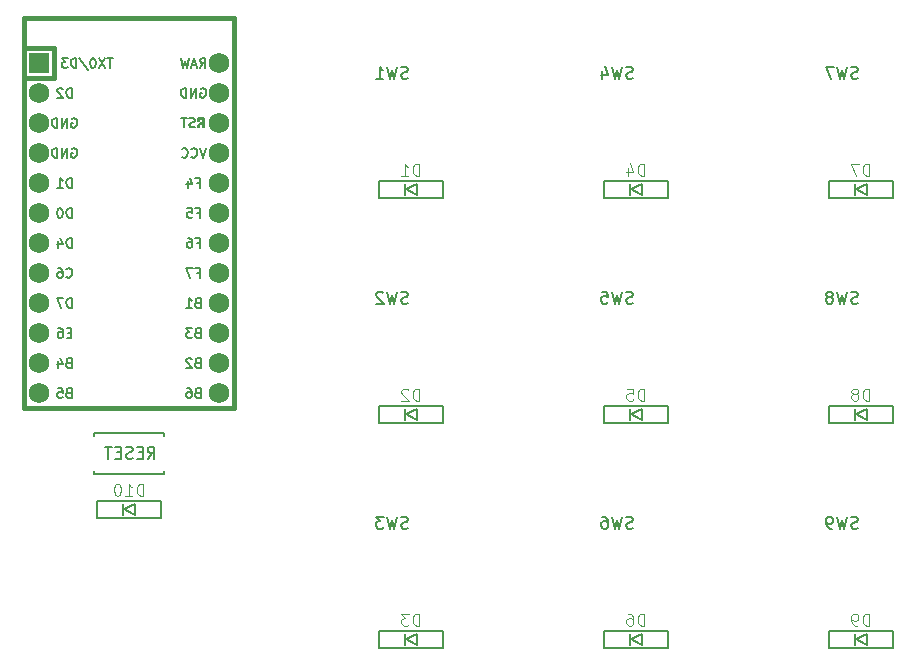
<source format=gbr>
%TF.GenerationSoftware,KiCad,Pcbnew,8.0.8*%
%TF.CreationDate,2025-02-16T23:14:20+09:00*%
%TF.ProjectId,macro,6d616372-6f2e-46b6-9963-61645f706362,rev?*%
%TF.SameCoordinates,Original*%
%TF.FileFunction,Legend,Bot*%
%TF.FilePolarity,Positive*%
%FSLAX46Y46*%
G04 Gerber Fmt 4.6, Leading zero omitted, Abs format (unit mm)*
G04 Created by KiCad (PCBNEW 8.0.8) date 2025-02-16 23:14:20*
%MOMM*%
%LPD*%
G01*
G04 APERTURE LIST*
%ADD10C,0.150000*%
%ADD11C,0.125000*%
%ADD12C,0.381000*%
%ADD13R,1.752600X1.752600*%
%ADD14C,1.752600*%
G04 APERTURE END LIST*
D10*
X115695832Y-63327200D02*
X115552975Y-63374819D01*
X115552975Y-63374819D02*
X115314880Y-63374819D01*
X115314880Y-63374819D02*
X115219642Y-63327200D01*
X115219642Y-63327200D02*
X115172023Y-63279580D01*
X115172023Y-63279580D02*
X115124404Y-63184342D01*
X115124404Y-63184342D02*
X115124404Y-63089104D01*
X115124404Y-63089104D02*
X115172023Y-62993866D01*
X115172023Y-62993866D02*
X115219642Y-62946247D01*
X115219642Y-62946247D02*
X115314880Y-62898628D01*
X115314880Y-62898628D02*
X115505356Y-62851009D01*
X115505356Y-62851009D02*
X115600594Y-62803390D01*
X115600594Y-62803390D02*
X115648213Y-62755771D01*
X115648213Y-62755771D02*
X115695832Y-62660533D01*
X115695832Y-62660533D02*
X115695832Y-62565295D01*
X115695832Y-62565295D02*
X115648213Y-62470057D01*
X115648213Y-62470057D02*
X115600594Y-62422438D01*
X115600594Y-62422438D02*
X115505356Y-62374819D01*
X115505356Y-62374819D02*
X115267261Y-62374819D01*
X115267261Y-62374819D02*
X115124404Y-62422438D01*
X114791070Y-62374819D02*
X114552975Y-63374819D01*
X114552975Y-63374819D02*
X114362499Y-62660533D01*
X114362499Y-62660533D02*
X114172023Y-63374819D01*
X114172023Y-63374819D02*
X113933928Y-62374819D01*
X113410118Y-62803390D02*
X113505356Y-62755771D01*
X113505356Y-62755771D02*
X113552975Y-62708152D01*
X113552975Y-62708152D02*
X113600594Y-62612914D01*
X113600594Y-62612914D02*
X113600594Y-62565295D01*
X113600594Y-62565295D02*
X113552975Y-62470057D01*
X113552975Y-62470057D02*
X113505356Y-62422438D01*
X113505356Y-62422438D02*
X113410118Y-62374819D01*
X113410118Y-62374819D02*
X113219642Y-62374819D01*
X113219642Y-62374819D02*
X113124404Y-62422438D01*
X113124404Y-62422438D02*
X113076785Y-62470057D01*
X113076785Y-62470057D02*
X113029166Y-62565295D01*
X113029166Y-62565295D02*
X113029166Y-62612914D01*
X113029166Y-62612914D02*
X113076785Y-62708152D01*
X113076785Y-62708152D02*
X113124404Y-62755771D01*
X113124404Y-62755771D02*
X113219642Y-62803390D01*
X113219642Y-62803390D02*
X113410118Y-62803390D01*
X113410118Y-62803390D02*
X113505356Y-62851009D01*
X113505356Y-62851009D02*
X113552975Y-62898628D01*
X113552975Y-62898628D02*
X113600594Y-62993866D01*
X113600594Y-62993866D02*
X113600594Y-63184342D01*
X113600594Y-63184342D02*
X113552975Y-63279580D01*
X113552975Y-63279580D02*
X113505356Y-63327200D01*
X113505356Y-63327200D02*
X113410118Y-63374819D01*
X113410118Y-63374819D02*
X113219642Y-63374819D01*
X113219642Y-63374819D02*
X113124404Y-63327200D01*
X113124404Y-63327200D02*
X113076785Y-63279580D01*
X113076785Y-63279580D02*
X113029166Y-63184342D01*
X113029166Y-63184342D02*
X113029166Y-62993866D01*
X113029166Y-62993866D02*
X113076785Y-62898628D01*
X113076785Y-62898628D02*
X113124404Y-62851009D01*
X113124404Y-62851009D02*
X113219642Y-62803390D01*
X96645832Y-63327200D02*
X96502975Y-63374819D01*
X96502975Y-63374819D02*
X96264880Y-63374819D01*
X96264880Y-63374819D02*
X96169642Y-63327200D01*
X96169642Y-63327200D02*
X96122023Y-63279580D01*
X96122023Y-63279580D02*
X96074404Y-63184342D01*
X96074404Y-63184342D02*
X96074404Y-63089104D01*
X96074404Y-63089104D02*
X96122023Y-62993866D01*
X96122023Y-62993866D02*
X96169642Y-62946247D01*
X96169642Y-62946247D02*
X96264880Y-62898628D01*
X96264880Y-62898628D02*
X96455356Y-62851009D01*
X96455356Y-62851009D02*
X96550594Y-62803390D01*
X96550594Y-62803390D02*
X96598213Y-62755771D01*
X96598213Y-62755771D02*
X96645832Y-62660533D01*
X96645832Y-62660533D02*
X96645832Y-62565295D01*
X96645832Y-62565295D02*
X96598213Y-62470057D01*
X96598213Y-62470057D02*
X96550594Y-62422438D01*
X96550594Y-62422438D02*
X96455356Y-62374819D01*
X96455356Y-62374819D02*
X96217261Y-62374819D01*
X96217261Y-62374819D02*
X96074404Y-62422438D01*
X95741070Y-62374819D02*
X95502975Y-63374819D01*
X95502975Y-63374819D02*
X95312499Y-62660533D01*
X95312499Y-62660533D02*
X95122023Y-63374819D01*
X95122023Y-63374819D02*
X94883928Y-62374819D01*
X94026785Y-62374819D02*
X94502975Y-62374819D01*
X94502975Y-62374819D02*
X94550594Y-62851009D01*
X94550594Y-62851009D02*
X94502975Y-62803390D01*
X94502975Y-62803390D02*
X94407737Y-62755771D01*
X94407737Y-62755771D02*
X94169642Y-62755771D01*
X94169642Y-62755771D02*
X94074404Y-62803390D01*
X94074404Y-62803390D02*
X94026785Y-62851009D01*
X94026785Y-62851009D02*
X93979166Y-62946247D01*
X93979166Y-62946247D02*
X93979166Y-63184342D01*
X93979166Y-63184342D02*
X94026785Y-63279580D01*
X94026785Y-63279580D02*
X94074404Y-63327200D01*
X94074404Y-63327200D02*
X94169642Y-63374819D01*
X94169642Y-63374819D02*
X94407737Y-63374819D01*
X94407737Y-63374819D02*
X94502975Y-63327200D01*
X94502975Y-63327200D02*
X94550594Y-63279580D01*
X55579381Y-76504819D02*
X55912714Y-76028628D01*
X56150809Y-76504819D02*
X56150809Y-75504819D01*
X56150809Y-75504819D02*
X55769857Y-75504819D01*
X55769857Y-75504819D02*
X55674619Y-75552438D01*
X55674619Y-75552438D02*
X55627000Y-75600057D01*
X55627000Y-75600057D02*
X55579381Y-75695295D01*
X55579381Y-75695295D02*
X55579381Y-75838152D01*
X55579381Y-75838152D02*
X55627000Y-75933390D01*
X55627000Y-75933390D02*
X55674619Y-75981009D01*
X55674619Y-75981009D02*
X55769857Y-76028628D01*
X55769857Y-76028628D02*
X56150809Y-76028628D01*
X55150809Y-75981009D02*
X54817476Y-75981009D01*
X54674619Y-76504819D02*
X55150809Y-76504819D01*
X55150809Y-76504819D02*
X55150809Y-75504819D01*
X55150809Y-75504819D02*
X54674619Y-75504819D01*
X54293666Y-76457200D02*
X54150809Y-76504819D01*
X54150809Y-76504819D02*
X53912714Y-76504819D01*
X53912714Y-76504819D02*
X53817476Y-76457200D01*
X53817476Y-76457200D02*
X53769857Y-76409580D01*
X53769857Y-76409580D02*
X53722238Y-76314342D01*
X53722238Y-76314342D02*
X53722238Y-76219104D01*
X53722238Y-76219104D02*
X53769857Y-76123866D01*
X53769857Y-76123866D02*
X53817476Y-76076247D01*
X53817476Y-76076247D02*
X53912714Y-76028628D01*
X53912714Y-76028628D02*
X54103190Y-75981009D01*
X54103190Y-75981009D02*
X54198428Y-75933390D01*
X54198428Y-75933390D02*
X54246047Y-75885771D01*
X54246047Y-75885771D02*
X54293666Y-75790533D01*
X54293666Y-75790533D02*
X54293666Y-75695295D01*
X54293666Y-75695295D02*
X54246047Y-75600057D01*
X54246047Y-75600057D02*
X54198428Y-75552438D01*
X54198428Y-75552438D02*
X54103190Y-75504819D01*
X54103190Y-75504819D02*
X53865095Y-75504819D01*
X53865095Y-75504819D02*
X53722238Y-75552438D01*
X53293666Y-75981009D02*
X52960333Y-75981009D01*
X52817476Y-76504819D02*
X53293666Y-76504819D01*
X53293666Y-76504819D02*
X53293666Y-75504819D01*
X53293666Y-75504819D02*
X52817476Y-75504819D01*
X52531761Y-75504819D02*
X51960333Y-75504819D01*
X52246047Y-76504819D02*
X52246047Y-75504819D01*
X77595832Y-63327200D02*
X77452975Y-63374819D01*
X77452975Y-63374819D02*
X77214880Y-63374819D01*
X77214880Y-63374819D02*
X77119642Y-63327200D01*
X77119642Y-63327200D02*
X77072023Y-63279580D01*
X77072023Y-63279580D02*
X77024404Y-63184342D01*
X77024404Y-63184342D02*
X77024404Y-63089104D01*
X77024404Y-63089104D02*
X77072023Y-62993866D01*
X77072023Y-62993866D02*
X77119642Y-62946247D01*
X77119642Y-62946247D02*
X77214880Y-62898628D01*
X77214880Y-62898628D02*
X77405356Y-62851009D01*
X77405356Y-62851009D02*
X77500594Y-62803390D01*
X77500594Y-62803390D02*
X77548213Y-62755771D01*
X77548213Y-62755771D02*
X77595832Y-62660533D01*
X77595832Y-62660533D02*
X77595832Y-62565295D01*
X77595832Y-62565295D02*
X77548213Y-62470057D01*
X77548213Y-62470057D02*
X77500594Y-62422438D01*
X77500594Y-62422438D02*
X77405356Y-62374819D01*
X77405356Y-62374819D02*
X77167261Y-62374819D01*
X77167261Y-62374819D02*
X77024404Y-62422438D01*
X76691070Y-62374819D02*
X76452975Y-63374819D01*
X76452975Y-63374819D02*
X76262499Y-62660533D01*
X76262499Y-62660533D02*
X76072023Y-63374819D01*
X76072023Y-63374819D02*
X75833928Y-62374819D01*
X75500594Y-62470057D02*
X75452975Y-62422438D01*
X75452975Y-62422438D02*
X75357737Y-62374819D01*
X75357737Y-62374819D02*
X75119642Y-62374819D01*
X75119642Y-62374819D02*
X75024404Y-62422438D01*
X75024404Y-62422438D02*
X74976785Y-62470057D01*
X74976785Y-62470057D02*
X74929166Y-62565295D01*
X74929166Y-62565295D02*
X74929166Y-62660533D01*
X74929166Y-62660533D02*
X74976785Y-62803390D01*
X74976785Y-62803390D02*
X75548213Y-63374819D01*
X75548213Y-63374819D02*
X74929166Y-63374819D01*
X77595832Y-82377200D02*
X77452975Y-82424819D01*
X77452975Y-82424819D02*
X77214880Y-82424819D01*
X77214880Y-82424819D02*
X77119642Y-82377200D01*
X77119642Y-82377200D02*
X77072023Y-82329580D01*
X77072023Y-82329580D02*
X77024404Y-82234342D01*
X77024404Y-82234342D02*
X77024404Y-82139104D01*
X77024404Y-82139104D02*
X77072023Y-82043866D01*
X77072023Y-82043866D02*
X77119642Y-81996247D01*
X77119642Y-81996247D02*
X77214880Y-81948628D01*
X77214880Y-81948628D02*
X77405356Y-81901009D01*
X77405356Y-81901009D02*
X77500594Y-81853390D01*
X77500594Y-81853390D02*
X77548213Y-81805771D01*
X77548213Y-81805771D02*
X77595832Y-81710533D01*
X77595832Y-81710533D02*
X77595832Y-81615295D01*
X77595832Y-81615295D02*
X77548213Y-81520057D01*
X77548213Y-81520057D02*
X77500594Y-81472438D01*
X77500594Y-81472438D02*
X77405356Y-81424819D01*
X77405356Y-81424819D02*
X77167261Y-81424819D01*
X77167261Y-81424819D02*
X77024404Y-81472438D01*
X76691070Y-81424819D02*
X76452975Y-82424819D01*
X76452975Y-82424819D02*
X76262499Y-81710533D01*
X76262499Y-81710533D02*
X76072023Y-82424819D01*
X76072023Y-82424819D02*
X75833928Y-81424819D01*
X75548213Y-81424819D02*
X74929166Y-81424819D01*
X74929166Y-81424819D02*
X75262499Y-81805771D01*
X75262499Y-81805771D02*
X75119642Y-81805771D01*
X75119642Y-81805771D02*
X75024404Y-81853390D01*
X75024404Y-81853390D02*
X74976785Y-81901009D01*
X74976785Y-81901009D02*
X74929166Y-81996247D01*
X74929166Y-81996247D02*
X74929166Y-82234342D01*
X74929166Y-82234342D02*
X74976785Y-82329580D01*
X74976785Y-82329580D02*
X75024404Y-82377200D01*
X75024404Y-82377200D02*
X75119642Y-82424819D01*
X75119642Y-82424819D02*
X75405356Y-82424819D01*
X75405356Y-82424819D02*
X75500594Y-82377200D01*
X75500594Y-82377200D02*
X75548213Y-82329580D01*
D11*
X116688094Y-71588619D02*
X116688094Y-70588619D01*
X116688094Y-70588619D02*
X116449999Y-70588619D01*
X116449999Y-70588619D02*
X116307142Y-70636238D01*
X116307142Y-70636238D02*
X116211904Y-70731476D01*
X116211904Y-70731476D02*
X116164285Y-70826714D01*
X116164285Y-70826714D02*
X116116666Y-71017190D01*
X116116666Y-71017190D02*
X116116666Y-71160047D01*
X116116666Y-71160047D02*
X116164285Y-71350523D01*
X116164285Y-71350523D02*
X116211904Y-71445761D01*
X116211904Y-71445761D02*
X116307142Y-71541000D01*
X116307142Y-71541000D02*
X116449999Y-71588619D01*
X116449999Y-71588619D02*
X116688094Y-71588619D01*
X115545237Y-71017190D02*
X115640475Y-70969571D01*
X115640475Y-70969571D02*
X115688094Y-70921952D01*
X115688094Y-70921952D02*
X115735713Y-70826714D01*
X115735713Y-70826714D02*
X115735713Y-70779095D01*
X115735713Y-70779095D02*
X115688094Y-70683857D01*
X115688094Y-70683857D02*
X115640475Y-70636238D01*
X115640475Y-70636238D02*
X115545237Y-70588619D01*
X115545237Y-70588619D02*
X115354761Y-70588619D01*
X115354761Y-70588619D02*
X115259523Y-70636238D01*
X115259523Y-70636238D02*
X115211904Y-70683857D01*
X115211904Y-70683857D02*
X115164285Y-70779095D01*
X115164285Y-70779095D02*
X115164285Y-70826714D01*
X115164285Y-70826714D02*
X115211904Y-70921952D01*
X115211904Y-70921952D02*
X115259523Y-70969571D01*
X115259523Y-70969571D02*
X115354761Y-71017190D01*
X115354761Y-71017190D02*
X115545237Y-71017190D01*
X115545237Y-71017190D02*
X115640475Y-71064809D01*
X115640475Y-71064809D02*
X115688094Y-71112428D01*
X115688094Y-71112428D02*
X115735713Y-71207666D01*
X115735713Y-71207666D02*
X115735713Y-71398142D01*
X115735713Y-71398142D02*
X115688094Y-71493380D01*
X115688094Y-71493380D02*
X115640475Y-71541000D01*
X115640475Y-71541000D02*
X115545237Y-71588619D01*
X115545237Y-71588619D02*
X115354761Y-71588619D01*
X115354761Y-71588619D02*
X115259523Y-71541000D01*
X115259523Y-71541000D02*
X115211904Y-71493380D01*
X115211904Y-71493380D02*
X115164285Y-71398142D01*
X115164285Y-71398142D02*
X115164285Y-71207666D01*
X115164285Y-71207666D02*
X115211904Y-71112428D01*
X115211904Y-71112428D02*
X115259523Y-71064809D01*
X115259523Y-71064809D02*
X115354761Y-71017190D01*
D10*
X77595832Y-44277200D02*
X77452975Y-44324819D01*
X77452975Y-44324819D02*
X77214880Y-44324819D01*
X77214880Y-44324819D02*
X77119642Y-44277200D01*
X77119642Y-44277200D02*
X77072023Y-44229580D01*
X77072023Y-44229580D02*
X77024404Y-44134342D01*
X77024404Y-44134342D02*
X77024404Y-44039104D01*
X77024404Y-44039104D02*
X77072023Y-43943866D01*
X77072023Y-43943866D02*
X77119642Y-43896247D01*
X77119642Y-43896247D02*
X77214880Y-43848628D01*
X77214880Y-43848628D02*
X77405356Y-43801009D01*
X77405356Y-43801009D02*
X77500594Y-43753390D01*
X77500594Y-43753390D02*
X77548213Y-43705771D01*
X77548213Y-43705771D02*
X77595832Y-43610533D01*
X77595832Y-43610533D02*
X77595832Y-43515295D01*
X77595832Y-43515295D02*
X77548213Y-43420057D01*
X77548213Y-43420057D02*
X77500594Y-43372438D01*
X77500594Y-43372438D02*
X77405356Y-43324819D01*
X77405356Y-43324819D02*
X77167261Y-43324819D01*
X77167261Y-43324819D02*
X77024404Y-43372438D01*
X76691070Y-43324819D02*
X76452975Y-44324819D01*
X76452975Y-44324819D02*
X76262499Y-43610533D01*
X76262499Y-43610533D02*
X76072023Y-44324819D01*
X76072023Y-44324819D02*
X75833928Y-43324819D01*
X74929166Y-44324819D02*
X75500594Y-44324819D01*
X75214880Y-44324819D02*
X75214880Y-43324819D01*
X75214880Y-43324819D02*
X75310118Y-43467676D01*
X75310118Y-43467676D02*
X75405356Y-43562914D01*
X75405356Y-43562914D02*
X75500594Y-43610533D01*
X115701222Y-82377200D02*
X115558365Y-82424819D01*
X115558365Y-82424819D02*
X115320270Y-82424819D01*
X115320270Y-82424819D02*
X115225032Y-82377200D01*
X115225032Y-82377200D02*
X115177413Y-82329580D01*
X115177413Y-82329580D02*
X115129794Y-82234342D01*
X115129794Y-82234342D02*
X115129794Y-82139104D01*
X115129794Y-82139104D02*
X115177413Y-82043866D01*
X115177413Y-82043866D02*
X115225032Y-81996247D01*
X115225032Y-81996247D02*
X115320270Y-81948628D01*
X115320270Y-81948628D02*
X115510746Y-81901009D01*
X115510746Y-81901009D02*
X115605984Y-81853390D01*
X115605984Y-81853390D02*
X115653603Y-81805771D01*
X115653603Y-81805771D02*
X115701222Y-81710533D01*
X115701222Y-81710533D02*
X115701222Y-81615295D01*
X115701222Y-81615295D02*
X115653603Y-81520057D01*
X115653603Y-81520057D02*
X115605984Y-81472438D01*
X115605984Y-81472438D02*
X115510746Y-81424819D01*
X115510746Y-81424819D02*
X115272651Y-81424819D01*
X115272651Y-81424819D02*
X115129794Y-81472438D01*
X114796460Y-81424819D02*
X114558365Y-82424819D01*
X114558365Y-82424819D02*
X114367889Y-81710533D01*
X114367889Y-81710533D02*
X114177413Y-82424819D01*
X114177413Y-82424819D02*
X113939318Y-81424819D01*
X113510746Y-82424819D02*
X113320270Y-82424819D01*
X113320270Y-82424819D02*
X113225032Y-82377200D01*
X113225032Y-82377200D02*
X113177413Y-82329580D01*
X113177413Y-82329580D02*
X113082175Y-82186723D01*
X113082175Y-82186723D02*
X113034556Y-81996247D01*
X113034556Y-81996247D02*
X113034556Y-81615295D01*
X113034556Y-81615295D02*
X113082175Y-81520057D01*
X113082175Y-81520057D02*
X113129794Y-81472438D01*
X113129794Y-81472438D02*
X113225032Y-81424819D01*
X113225032Y-81424819D02*
X113415508Y-81424819D01*
X113415508Y-81424819D02*
X113510746Y-81472438D01*
X113510746Y-81472438D02*
X113558365Y-81520057D01*
X113558365Y-81520057D02*
X113605984Y-81615295D01*
X113605984Y-81615295D02*
X113605984Y-81853390D01*
X113605984Y-81853390D02*
X113558365Y-81948628D01*
X113558365Y-81948628D02*
X113510746Y-81996247D01*
X113510746Y-81996247D02*
X113415508Y-82043866D01*
X113415508Y-82043866D02*
X113225032Y-82043866D01*
X113225032Y-82043866D02*
X113129794Y-81996247D01*
X113129794Y-81996247D02*
X113082175Y-81948628D01*
X113082175Y-81948628D02*
X113034556Y-81853390D01*
D11*
X97638094Y-52538619D02*
X97638094Y-51538619D01*
X97638094Y-51538619D02*
X97399999Y-51538619D01*
X97399999Y-51538619D02*
X97257142Y-51586238D01*
X97257142Y-51586238D02*
X97161904Y-51681476D01*
X97161904Y-51681476D02*
X97114285Y-51776714D01*
X97114285Y-51776714D02*
X97066666Y-51967190D01*
X97066666Y-51967190D02*
X97066666Y-52110047D01*
X97066666Y-52110047D02*
X97114285Y-52300523D01*
X97114285Y-52300523D02*
X97161904Y-52395761D01*
X97161904Y-52395761D02*
X97257142Y-52491000D01*
X97257142Y-52491000D02*
X97399999Y-52538619D01*
X97399999Y-52538619D02*
X97638094Y-52538619D01*
X96209523Y-51871952D02*
X96209523Y-52538619D01*
X96447618Y-51491000D02*
X96685713Y-52205285D01*
X96685713Y-52205285D02*
X96066666Y-52205285D01*
D10*
X59727666Y-58213247D02*
X59994332Y-58213247D01*
X59994332Y-58632295D02*
X59994332Y-57832295D01*
X59994332Y-57832295D02*
X59613380Y-57832295D01*
X58965761Y-57832295D02*
X59118142Y-57832295D01*
X59118142Y-57832295D02*
X59194333Y-57870390D01*
X59194333Y-57870390D02*
X59232428Y-57908485D01*
X59232428Y-57908485D02*
X59308618Y-58022771D01*
X59308618Y-58022771D02*
X59346714Y-58175152D01*
X59346714Y-58175152D02*
X59346714Y-58479914D01*
X59346714Y-58479914D02*
X59308618Y-58556104D01*
X59308618Y-58556104D02*
X59270523Y-58594200D01*
X59270523Y-58594200D02*
X59194333Y-58632295D01*
X59194333Y-58632295D02*
X59041952Y-58632295D01*
X59041952Y-58632295D02*
X58965761Y-58594200D01*
X58965761Y-58594200D02*
X58927666Y-58556104D01*
X58927666Y-58556104D02*
X58889571Y-58479914D01*
X58889571Y-58479914D02*
X58889571Y-58289438D01*
X58889571Y-58289438D02*
X58927666Y-58213247D01*
X58927666Y-58213247D02*
X58965761Y-58175152D01*
X58965761Y-58175152D02*
X59041952Y-58137057D01*
X59041952Y-58137057D02*
X59194333Y-58137057D01*
X59194333Y-58137057D02*
X59270523Y-58175152D01*
X59270523Y-58175152D02*
X59308618Y-58213247D01*
X59308618Y-58213247D02*
X59346714Y-58289438D01*
X59784809Y-68373247D02*
X59670523Y-68411342D01*
X59670523Y-68411342D02*
X59632428Y-68449438D01*
X59632428Y-68449438D02*
X59594332Y-68525628D01*
X59594332Y-68525628D02*
X59594332Y-68639914D01*
X59594332Y-68639914D02*
X59632428Y-68716104D01*
X59632428Y-68716104D02*
X59670523Y-68754200D01*
X59670523Y-68754200D02*
X59746713Y-68792295D01*
X59746713Y-68792295D02*
X60051475Y-68792295D01*
X60051475Y-68792295D02*
X60051475Y-67992295D01*
X60051475Y-67992295D02*
X59784809Y-67992295D01*
X59784809Y-67992295D02*
X59708618Y-68030390D01*
X59708618Y-68030390D02*
X59670523Y-68068485D01*
X59670523Y-68068485D02*
X59632428Y-68144676D01*
X59632428Y-68144676D02*
X59632428Y-68220866D01*
X59632428Y-68220866D02*
X59670523Y-68297057D01*
X59670523Y-68297057D02*
X59708618Y-68335152D01*
X59708618Y-68335152D02*
X59784809Y-68373247D01*
X59784809Y-68373247D02*
X60051475Y-68373247D01*
X59289571Y-68068485D02*
X59251475Y-68030390D01*
X59251475Y-68030390D02*
X59175285Y-67992295D01*
X59175285Y-67992295D02*
X58984809Y-67992295D01*
X58984809Y-67992295D02*
X58908618Y-68030390D01*
X58908618Y-68030390D02*
X58870523Y-68068485D01*
X58870523Y-68068485D02*
X58832428Y-68144676D01*
X58832428Y-68144676D02*
X58832428Y-68220866D01*
X58832428Y-68220866D02*
X58870523Y-68335152D01*
X58870523Y-68335152D02*
X59327666Y-68792295D01*
X59327666Y-68792295D02*
X58832428Y-68792295D01*
X59784809Y-63293247D02*
X59670523Y-63331342D01*
X59670523Y-63331342D02*
X59632428Y-63369438D01*
X59632428Y-63369438D02*
X59594332Y-63445628D01*
X59594332Y-63445628D02*
X59594332Y-63559914D01*
X59594332Y-63559914D02*
X59632428Y-63636104D01*
X59632428Y-63636104D02*
X59670523Y-63674200D01*
X59670523Y-63674200D02*
X59746713Y-63712295D01*
X59746713Y-63712295D02*
X60051475Y-63712295D01*
X60051475Y-63712295D02*
X60051475Y-62912295D01*
X60051475Y-62912295D02*
X59784809Y-62912295D01*
X59784809Y-62912295D02*
X59708618Y-62950390D01*
X59708618Y-62950390D02*
X59670523Y-62988485D01*
X59670523Y-62988485D02*
X59632428Y-63064676D01*
X59632428Y-63064676D02*
X59632428Y-63140866D01*
X59632428Y-63140866D02*
X59670523Y-63217057D01*
X59670523Y-63217057D02*
X59708618Y-63255152D01*
X59708618Y-63255152D02*
X59784809Y-63293247D01*
X59784809Y-63293247D02*
X60051475Y-63293247D01*
X58832428Y-63712295D02*
X59289571Y-63712295D01*
X59060999Y-63712295D02*
X59060999Y-62912295D01*
X59060999Y-62912295D02*
X59137190Y-63026580D01*
X59137190Y-63026580D02*
X59213380Y-63102771D01*
X59213380Y-63102771D02*
X59289571Y-63140866D01*
X49129475Y-63712295D02*
X49129475Y-62912295D01*
X49129475Y-62912295D02*
X48938999Y-62912295D01*
X48938999Y-62912295D02*
X48824713Y-62950390D01*
X48824713Y-62950390D02*
X48748523Y-63026580D01*
X48748523Y-63026580D02*
X48710428Y-63102771D01*
X48710428Y-63102771D02*
X48672332Y-63255152D01*
X48672332Y-63255152D02*
X48672332Y-63369438D01*
X48672332Y-63369438D02*
X48710428Y-63521819D01*
X48710428Y-63521819D02*
X48748523Y-63598009D01*
X48748523Y-63598009D02*
X48824713Y-63674200D01*
X48824713Y-63674200D02*
X48938999Y-63712295D01*
X48938999Y-63712295D02*
X49129475Y-63712295D01*
X48405666Y-62912295D02*
X47872332Y-62912295D01*
X47872332Y-62912295D02*
X48215190Y-63712295D01*
X49129475Y-53552295D02*
X49129475Y-52752295D01*
X49129475Y-52752295D02*
X48938999Y-52752295D01*
X48938999Y-52752295D02*
X48824713Y-52790390D01*
X48824713Y-52790390D02*
X48748523Y-52866580D01*
X48748523Y-52866580D02*
X48710428Y-52942771D01*
X48710428Y-52942771D02*
X48672332Y-53095152D01*
X48672332Y-53095152D02*
X48672332Y-53209438D01*
X48672332Y-53209438D02*
X48710428Y-53361819D01*
X48710428Y-53361819D02*
X48748523Y-53438009D01*
X48748523Y-53438009D02*
X48824713Y-53514200D01*
X48824713Y-53514200D02*
X48938999Y-53552295D01*
X48938999Y-53552295D02*
X49129475Y-53552295D01*
X47910428Y-53552295D02*
X48367571Y-53552295D01*
X48138999Y-53552295D02*
X48138999Y-52752295D01*
X48138999Y-52752295D02*
X48215190Y-52866580D01*
X48215190Y-52866580D02*
X48291380Y-52942771D01*
X48291380Y-52942771D02*
X48367571Y-52980866D01*
X49129475Y-45932295D02*
X49129475Y-45132295D01*
X49129475Y-45132295D02*
X48938999Y-45132295D01*
X48938999Y-45132295D02*
X48824713Y-45170390D01*
X48824713Y-45170390D02*
X48748523Y-45246580D01*
X48748523Y-45246580D02*
X48710428Y-45322771D01*
X48710428Y-45322771D02*
X48672332Y-45475152D01*
X48672332Y-45475152D02*
X48672332Y-45589438D01*
X48672332Y-45589438D02*
X48710428Y-45741819D01*
X48710428Y-45741819D02*
X48748523Y-45818009D01*
X48748523Y-45818009D02*
X48824713Y-45894200D01*
X48824713Y-45894200D02*
X48938999Y-45932295D01*
X48938999Y-45932295D02*
X49129475Y-45932295D01*
X48367571Y-45208485D02*
X48329475Y-45170390D01*
X48329475Y-45170390D02*
X48253285Y-45132295D01*
X48253285Y-45132295D02*
X48062809Y-45132295D01*
X48062809Y-45132295D02*
X47986618Y-45170390D01*
X47986618Y-45170390D02*
X47948523Y-45208485D01*
X47948523Y-45208485D02*
X47910428Y-45284676D01*
X47910428Y-45284676D02*
X47910428Y-45360866D01*
X47910428Y-45360866D02*
X47948523Y-45475152D01*
X47948523Y-45475152D02*
X48405666Y-45932295D01*
X48405666Y-45932295D02*
X47910428Y-45932295D01*
X49148523Y-47710390D02*
X49224713Y-47672295D01*
X49224713Y-47672295D02*
X49338999Y-47672295D01*
X49338999Y-47672295D02*
X49453285Y-47710390D01*
X49453285Y-47710390D02*
X49529475Y-47786580D01*
X49529475Y-47786580D02*
X49567570Y-47862771D01*
X49567570Y-47862771D02*
X49605666Y-48015152D01*
X49605666Y-48015152D02*
X49605666Y-48129438D01*
X49605666Y-48129438D02*
X49567570Y-48281819D01*
X49567570Y-48281819D02*
X49529475Y-48358009D01*
X49529475Y-48358009D02*
X49453285Y-48434200D01*
X49453285Y-48434200D02*
X49338999Y-48472295D01*
X49338999Y-48472295D02*
X49262808Y-48472295D01*
X49262808Y-48472295D02*
X49148523Y-48434200D01*
X49148523Y-48434200D02*
X49110427Y-48396104D01*
X49110427Y-48396104D02*
X49110427Y-48129438D01*
X49110427Y-48129438D02*
X49262808Y-48129438D01*
X48767570Y-48472295D02*
X48767570Y-47672295D01*
X48767570Y-47672295D02*
X48310427Y-48472295D01*
X48310427Y-48472295D02*
X48310427Y-47672295D01*
X47929475Y-48472295D02*
X47929475Y-47672295D01*
X47929475Y-47672295D02*
X47738999Y-47672295D01*
X47738999Y-47672295D02*
X47624713Y-47710390D01*
X47624713Y-47710390D02*
X47548523Y-47786580D01*
X47548523Y-47786580D02*
X47510428Y-47862771D01*
X47510428Y-47862771D02*
X47472332Y-48015152D01*
X47472332Y-48015152D02*
X47472332Y-48129438D01*
X47472332Y-48129438D02*
X47510428Y-48281819D01*
X47510428Y-48281819D02*
X47548523Y-48358009D01*
X47548523Y-48358009D02*
X47624713Y-48434200D01*
X47624713Y-48434200D02*
X47738999Y-48472295D01*
X47738999Y-48472295D02*
X47929475Y-48472295D01*
X49129475Y-56092295D02*
X49129475Y-55292295D01*
X49129475Y-55292295D02*
X48938999Y-55292295D01*
X48938999Y-55292295D02*
X48824713Y-55330390D01*
X48824713Y-55330390D02*
X48748523Y-55406580D01*
X48748523Y-55406580D02*
X48710428Y-55482771D01*
X48710428Y-55482771D02*
X48672332Y-55635152D01*
X48672332Y-55635152D02*
X48672332Y-55749438D01*
X48672332Y-55749438D02*
X48710428Y-55901819D01*
X48710428Y-55901819D02*
X48748523Y-55978009D01*
X48748523Y-55978009D02*
X48824713Y-56054200D01*
X48824713Y-56054200D02*
X48938999Y-56092295D01*
X48938999Y-56092295D02*
X49129475Y-56092295D01*
X48177094Y-55292295D02*
X48100904Y-55292295D01*
X48100904Y-55292295D02*
X48024713Y-55330390D01*
X48024713Y-55330390D02*
X47986618Y-55368485D01*
X47986618Y-55368485D02*
X47948523Y-55444676D01*
X47948523Y-55444676D02*
X47910428Y-55597057D01*
X47910428Y-55597057D02*
X47910428Y-55787533D01*
X47910428Y-55787533D02*
X47948523Y-55939914D01*
X47948523Y-55939914D02*
X47986618Y-56016104D01*
X47986618Y-56016104D02*
X48024713Y-56054200D01*
X48024713Y-56054200D02*
X48100904Y-56092295D01*
X48100904Y-56092295D02*
X48177094Y-56092295D01*
X48177094Y-56092295D02*
X48253285Y-56054200D01*
X48253285Y-56054200D02*
X48291380Y-56016104D01*
X48291380Y-56016104D02*
X48329475Y-55939914D01*
X48329475Y-55939914D02*
X48367571Y-55787533D01*
X48367571Y-55787533D02*
X48367571Y-55597057D01*
X48367571Y-55597057D02*
X48329475Y-55444676D01*
X48329475Y-55444676D02*
X48291380Y-55368485D01*
X48291380Y-55368485D02*
X48253285Y-55330390D01*
X48253285Y-55330390D02*
X48177094Y-55292295D01*
X60013380Y-43392295D02*
X60280047Y-43011342D01*
X60470523Y-43392295D02*
X60470523Y-42592295D01*
X60470523Y-42592295D02*
X60165761Y-42592295D01*
X60165761Y-42592295D02*
X60089571Y-42630390D01*
X60089571Y-42630390D02*
X60051476Y-42668485D01*
X60051476Y-42668485D02*
X60013380Y-42744676D01*
X60013380Y-42744676D02*
X60013380Y-42858961D01*
X60013380Y-42858961D02*
X60051476Y-42935152D01*
X60051476Y-42935152D02*
X60089571Y-42973247D01*
X60089571Y-42973247D02*
X60165761Y-43011342D01*
X60165761Y-43011342D02*
X60470523Y-43011342D01*
X59708619Y-43163723D02*
X59327666Y-43163723D01*
X59784809Y-43392295D02*
X59518142Y-42592295D01*
X59518142Y-42592295D02*
X59251476Y-43392295D01*
X59061000Y-42592295D02*
X58870524Y-43392295D01*
X58870524Y-43392295D02*
X58718143Y-42820866D01*
X58718143Y-42820866D02*
X58565762Y-43392295D01*
X58565762Y-43392295D02*
X58375286Y-42592295D01*
X59573333Y-48414200D02*
X59459047Y-48452295D01*
X59459047Y-48452295D02*
X59268571Y-48452295D01*
X59268571Y-48452295D02*
X59192380Y-48414200D01*
X59192380Y-48414200D02*
X59154285Y-48376104D01*
X59154285Y-48376104D02*
X59116190Y-48299914D01*
X59116190Y-48299914D02*
X59116190Y-48223723D01*
X59116190Y-48223723D02*
X59154285Y-48147533D01*
X59154285Y-48147533D02*
X59192380Y-48109438D01*
X59192380Y-48109438D02*
X59268571Y-48071342D01*
X59268571Y-48071342D02*
X59420952Y-48033247D01*
X59420952Y-48033247D02*
X59497142Y-47995152D01*
X59497142Y-47995152D02*
X59535237Y-47957057D01*
X59535237Y-47957057D02*
X59573333Y-47880866D01*
X59573333Y-47880866D02*
X59573333Y-47804676D01*
X59573333Y-47804676D02*
X59535237Y-47728485D01*
X59535237Y-47728485D02*
X59497142Y-47690390D01*
X59497142Y-47690390D02*
X59420952Y-47652295D01*
X59420952Y-47652295D02*
X59230475Y-47652295D01*
X59230475Y-47652295D02*
X59116190Y-47690390D01*
X58887618Y-47652295D02*
X58430475Y-47652295D01*
X58659047Y-48452295D02*
X58659047Y-47652295D01*
X60527666Y-50212295D02*
X60260999Y-51012295D01*
X60260999Y-51012295D02*
X59994333Y-50212295D01*
X59270523Y-50936104D02*
X59308619Y-50974200D01*
X59308619Y-50974200D02*
X59422904Y-51012295D01*
X59422904Y-51012295D02*
X59499095Y-51012295D01*
X59499095Y-51012295D02*
X59613381Y-50974200D01*
X59613381Y-50974200D02*
X59689571Y-50898009D01*
X59689571Y-50898009D02*
X59727666Y-50821819D01*
X59727666Y-50821819D02*
X59765762Y-50669438D01*
X59765762Y-50669438D02*
X59765762Y-50555152D01*
X59765762Y-50555152D02*
X59727666Y-50402771D01*
X59727666Y-50402771D02*
X59689571Y-50326580D01*
X59689571Y-50326580D02*
X59613381Y-50250390D01*
X59613381Y-50250390D02*
X59499095Y-50212295D01*
X59499095Y-50212295D02*
X59422904Y-50212295D01*
X59422904Y-50212295D02*
X59308619Y-50250390D01*
X59308619Y-50250390D02*
X59270523Y-50288485D01*
X58470523Y-50936104D02*
X58508619Y-50974200D01*
X58508619Y-50974200D02*
X58622904Y-51012295D01*
X58622904Y-51012295D02*
X58699095Y-51012295D01*
X58699095Y-51012295D02*
X58813381Y-50974200D01*
X58813381Y-50974200D02*
X58889571Y-50898009D01*
X58889571Y-50898009D02*
X58927666Y-50821819D01*
X58927666Y-50821819D02*
X58965762Y-50669438D01*
X58965762Y-50669438D02*
X58965762Y-50555152D01*
X58965762Y-50555152D02*
X58927666Y-50402771D01*
X58927666Y-50402771D02*
X58889571Y-50326580D01*
X58889571Y-50326580D02*
X58813381Y-50250390D01*
X58813381Y-50250390D02*
X58699095Y-50212295D01*
X58699095Y-50212295D02*
X58622904Y-50212295D01*
X58622904Y-50212295D02*
X58508619Y-50250390D01*
X58508619Y-50250390D02*
X58470523Y-50288485D01*
X59727666Y-55673247D02*
X59994332Y-55673247D01*
X59994332Y-56092295D02*
X59994332Y-55292295D01*
X59994332Y-55292295D02*
X59613380Y-55292295D01*
X58927666Y-55292295D02*
X59308618Y-55292295D01*
X59308618Y-55292295D02*
X59346714Y-55673247D01*
X59346714Y-55673247D02*
X59308618Y-55635152D01*
X59308618Y-55635152D02*
X59232428Y-55597057D01*
X59232428Y-55597057D02*
X59041952Y-55597057D01*
X59041952Y-55597057D02*
X58965761Y-55635152D01*
X58965761Y-55635152D02*
X58927666Y-55673247D01*
X58927666Y-55673247D02*
X58889571Y-55749438D01*
X58889571Y-55749438D02*
X58889571Y-55939914D01*
X58889571Y-55939914D02*
X58927666Y-56016104D01*
X58927666Y-56016104D02*
X58965761Y-56054200D01*
X58965761Y-56054200D02*
X59041952Y-56092295D01*
X59041952Y-56092295D02*
X59232428Y-56092295D01*
X59232428Y-56092295D02*
X59308618Y-56054200D01*
X59308618Y-56054200D02*
X59346714Y-56016104D01*
X59727666Y-53133247D02*
X59994332Y-53133247D01*
X59994332Y-53552295D02*
X59994332Y-52752295D01*
X59994332Y-52752295D02*
X59613380Y-52752295D01*
X58965761Y-53018961D02*
X58965761Y-53552295D01*
X59156237Y-52714200D02*
X59346714Y-53285628D01*
X59346714Y-53285628D02*
X58851475Y-53285628D01*
X48862809Y-70913247D02*
X48748523Y-70951342D01*
X48748523Y-70951342D02*
X48710428Y-70989438D01*
X48710428Y-70989438D02*
X48672332Y-71065628D01*
X48672332Y-71065628D02*
X48672332Y-71179914D01*
X48672332Y-71179914D02*
X48710428Y-71256104D01*
X48710428Y-71256104D02*
X48748523Y-71294200D01*
X48748523Y-71294200D02*
X48824713Y-71332295D01*
X48824713Y-71332295D02*
X49129475Y-71332295D01*
X49129475Y-71332295D02*
X49129475Y-70532295D01*
X49129475Y-70532295D02*
X48862809Y-70532295D01*
X48862809Y-70532295D02*
X48786618Y-70570390D01*
X48786618Y-70570390D02*
X48748523Y-70608485D01*
X48748523Y-70608485D02*
X48710428Y-70684676D01*
X48710428Y-70684676D02*
X48710428Y-70760866D01*
X48710428Y-70760866D02*
X48748523Y-70837057D01*
X48748523Y-70837057D02*
X48786618Y-70875152D01*
X48786618Y-70875152D02*
X48862809Y-70913247D01*
X48862809Y-70913247D02*
X49129475Y-70913247D01*
X47948523Y-70532295D02*
X48329475Y-70532295D01*
X48329475Y-70532295D02*
X48367571Y-70913247D01*
X48367571Y-70913247D02*
X48329475Y-70875152D01*
X48329475Y-70875152D02*
X48253285Y-70837057D01*
X48253285Y-70837057D02*
X48062809Y-70837057D01*
X48062809Y-70837057D02*
X47986618Y-70875152D01*
X47986618Y-70875152D02*
X47948523Y-70913247D01*
X47948523Y-70913247D02*
X47910428Y-70989438D01*
X47910428Y-70989438D02*
X47910428Y-71179914D01*
X47910428Y-71179914D02*
X47948523Y-71256104D01*
X47948523Y-71256104D02*
X47986618Y-71294200D01*
X47986618Y-71294200D02*
X48062809Y-71332295D01*
X48062809Y-71332295D02*
X48253285Y-71332295D01*
X48253285Y-71332295D02*
X48329475Y-71294200D01*
X48329475Y-71294200D02*
X48367571Y-71256104D01*
X52618604Y-42592295D02*
X52161461Y-42592295D01*
X52390033Y-43392295D02*
X52390033Y-42592295D01*
X51970985Y-42592295D02*
X51437651Y-43392295D01*
X51437651Y-42592295D02*
X51970985Y-43392295D01*
X50980508Y-42592295D02*
X50904318Y-42592295D01*
X50904318Y-42592295D02*
X50828127Y-42630390D01*
X50828127Y-42630390D02*
X50790032Y-42668485D01*
X50790032Y-42668485D02*
X50751937Y-42744676D01*
X50751937Y-42744676D02*
X50713842Y-42897057D01*
X50713842Y-42897057D02*
X50713842Y-43087533D01*
X50713842Y-43087533D02*
X50751937Y-43239914D01*
X50751937Y-43239914D02*
X50790032Y-43316104D01*
X50790032Y-43316104D02*
X50828127Y-43354200D01*
X50828127Y-43354200D02*
X50904318Y-43392295D01*
X50904318Y-43392295D02*
X50980508Y-43392295D01*
X50980508Y-43392295D02*
X51056699Y-43354200D01*
X51056699Y-43354200D02*
X51094794Y-43316104D01*
X51094794Y-43316104D02*
X51132889Y-43239914D01*
X51132889Y-43239914D02*
X51170985Y-43087533D01*
X51170985Y-43087533D02*
X51170985Y-42897057D01*
X51170985Y-42897057D02*
X51132889Y-42744676D01*
X51132889Y-42744676D02*
X51094794Y-42668485D01*
X51094794Y-42668485D02*
X51056699Y-42630390D01*
X51056699Y-42630390D02*
X50980508Y-42592295D01*
X49799556Y-42554200D02*
X50485270Y-43582771D01*
X49532889Y-43392295D02*
X49532889Y-42592295D01*
X49532889Y-42592295D02*
X49342413Y-42592295D01*
X49342413Y-42592295D02*
X49228127Y-42630390D01*
X49228127Y-42630390D02*
X49151937Y-42706580D01*
X49151937Y-42706580D02*
X49113842Y-42782771D01*
X49113842Y-42782771D02*
X49075746Y-42935152D01*
X49075746Y-42935152D02*
X49075746Y-43049438D01*
X49075746Y-43049438D02*
X49113842Y-43201819D01*
X49113842Y-43201819D02*
X49151937Y-43278009D01*
X49151937Y-43278009D02*
X49228127Y-43354200D01*
X49228127Y-43354200D02*
X49342413Y-43392295D01*
X49342413Y-43392295D02*
X49532889Y-43392295D01*
X48809080Y-42592295D02*
X48313842Y-42592295D01*
X48313842Y-42592295D02*
X48580508Y-42897057D01*
X48580508Y-42897057D02*
X48466223Y-42897057D01*
X48466223Y-42897057D02*
X48390032Y-42935152D01*
X48390032Y-42935152D02*
X48351937Y-42973247D01*
X48351937Y-42973247D02*
X48313842Y-43049438D01*
X48313842Y-43049438D02*
X48313842Y-43239914D01*
X48313842Y-43239914D02*
X48351937Y-43316104D01*
X48351937Y-43316104D02*
X48390032Y-43354200D01*
X48390032Y-43354200D02*
X48466223Y-43392295D01*
X48466223Y-43392295D02*
X48694794Y-43392295D01*
X48694794Y-43392295D02*
X48770985Y-43354200D01*
X48770985Y-43354200D02*
X48809080Y-43316104D01*
X59784809Y-70913247D02*
X59670523Y-70951342D01*
X59670523Y-70951342D02*
X59632428Y-70989438D01*
X59632428Y-70989438D02*
X59594332Y-71065628D01*
X59594332Y-71065628D02*
X59594332Y-71179914D01*
X59594332Y-71179914D02*
X59632428Y-71256104D01*
X59632428Y-71256104D02*
X59670523Y-71294200D01*
X59670523Y-71294200D02*
X59746713Y-71332295D01*
X59746713Y-71332295D02*
X60051475Y-71332295D01*
X60051475Y-71332295D02*
X60051475Y-70532295D01*
X60051475Y-70532295D02*
X59784809Y-70532295D01*
X59784809Y-70532295D02*
X59708618Y-70570390D01*
X59708618Y-70570390D02*
X59670523Y-70608485D01*
X59670523Y-70608485D02*
X59632428Y-70684676D01*
X59632428Y-70684676D02*
X59632428Y-70760866D01*
X59632428Y-70760866D02*
X59670523Y-70837057D01*
X59670523Y-70837057D02*
X59708618Y-70875152D01*
X59708618Y-70875152D02*
X59784809Y-70913247D01*
X59784809Y-70913247D02*
X60051475Y-70913247D01*
X58908618Y-70532295D02*
X59060999Y-70532295D01*
X59060999Y-70532295D02*
X59137190Y-70570390D01*
X59137190Y-70570390D02*
X59175285Y-70608485D01*
X59175285Y-70608485D02*
X59251475Y-70722771D01*
X59251475Y-70722771D02*
X59289571Y-70875152D01*
X59289571Y-70875152D02*
X59289571Y-71179914D01*
X59289571Y-71179914D02*
X59251475Y-71256104D01*
X59251475Y-71256104D02*
X59213380Y-71294200D01*
X59213380Y-71294200D02*
X59137190Y-71332295D01*
X59137190Y-71332295D02*
X58984809Y-71332295D01*
X58984809Y-71332295D02*
X58908618Y-71294200D01*
X58908618Y-71294200D02*
X58870523Y-71256104D01*
X58870523Y-71256104D02*
X58832428Y-71179914D01*
X58832428Y-71179914D02*
X58832428Y-70989438D01*
X58832428Y-70989438D02*
X58870523Y-70913247D01*
X58870523Y-70913247D02*
X58908618Y-70875152D01*
X58908618Y-70875152D02*
X58984809Y-70837057D01*
X58984809Y-70837057D02*
X59137190Y-70837057D01*
X59137190Y-70837057D02*
X59213380Y-70875152D01*
X59213380Y-70875152D02*
X59251475Y-70913247D01*
X59251475Y-70913247D02*
X59289571Y-70989438D01*
X59784809Y-65833247D02*
X59670523Y-65871342D01*
X59670523Y-65871342D02*
X59632428Y-65909438D01*
X59632428Y-65909438D02*
X59594332Y-65985628D01*
X59594332Y-65985628D02*
X59594332Y-66099914D01*
X59594332Y-66099914D02*
X59632428Y-66176104D01*
X59632428Y-66176104D02*
X59670523Y-66214200D01*
X59670523Y-66214200D02*
X59746713Y-66252295D01*
X59746713Y-66252295D02*
X60051475Y-66252295D01*
X60051475Y-66252295D02*
X60051475Y-65452295D01*
X60051475Y-65452295D02*
X59784809Y-65452295D01*
X59784809Y-65452295D02*
X59708618Y-65490390D01*
X59708618Y-65490390D02*
X59670523Y-65528485D01*
X59670523Y-65528485D02*
X59632428Y-65604676D01*
X59632428Y-65604676D02*
X59632428Y-65680866D01*
X59632428Y-65680866D02*
X59670523Y-65757057D01*
X59670523Y-65757057D02*
X59708618Y-65795152D01*
X59708618Y-65795152D02*
X59784809Y-65833247D01*
X59784809Y-65833247D02*
X60051475Y-65833247D01*
X59327666Y-65452295D02*
X58832428Y-65452295D01*
X58832428Y-65452295D02*
X59099094Y-65757057D01*
X59099094Y-65757057D02*
X58984809Y-65757057D01*
X58984809Y-65757057D02*
X58908618Y-65795152D01*
X58908618Y-65795152D02*
X58870523Y-65833247D01*
X58870523Y-65833247D02*
X58832428Y-65909438D01*
X58832428Y-65909438D02*
X58832428Y-66099914D01*
X58832428Y-66099914D02*
X58870523Y-66176104D01*
X58870523Y-66176104D02*
X58908618Y-66214200D01*
X58908618Y-66214200D02*
X58984809Y-66252295D01*
X58984809Y-66252295D02*
X59213380Y-66252295D01*
X59213380Y-66252295D02*
X59289571Y-66214200D01*
X59289571Y-66214200D02*
X59327666Y-66176104D01*
X60070523Y-45170390D02*
X60146713Y-45132295D01*
X60146713Y-45132295D02*
X60260999Y-45132295D01*
X60260999Y-45132295D02*
X60375285Y-45170390D01*
X60375285Y-45170390D02*
X60451475Y-45246580D01*
X60451475Y-45246580D02*
X60489570Y-45322771D01*
X60489570Y-45322771D02*
X60527666Y-45475152D01*
X60527666Y-45475152D02*
X60527666Y-45589438D01*
X60527666Y-45589438D02*
X60489570Y-45741819D01*
X60489570Y-45741819D02*
X60451475Y-45818009D01*
X60451475Y-45818009D02*
X60375285Y-45894200D01*
X60375285Y-45894200D02*
X60260999Y-45932295D01*
X60260999Y-45932295D02*
X60184808Y-45932295D01*
X60184808Y-45932295D02*
X60070523Y-45894200D01*
X60070523Y-45894200D02*
X60032427Y-45856104D01*
X60032427Y-45856104D02*
X60032427Y-45589438D01*
X60032427Y-45589438D02*
X60184808Y-45589438D01*
X59689570Y-45932295D02*
X59689570Y-45132295D01*
X59689570Y-45132295D02*
X59232427Y-45932295D01*
X59232427Y-45932295D02*
X59232427Y-45132295D01*
X58851475Y-45932295D02*
X58851475Y-45132295D01*
X58851475Y-45132295D02*
X58660999Y-45132295D01*
X58660999Y-45132295D02*
X58546713Y-45170390D01*
X58546713Y-45170390D02*
X58470523Y-45246580D01*
X58470523Y-45246580D02*
X58432428Y-45322771D01*
X58432428Y-45322771D02*
X58394332Y-45475152D01*
X58394332Y-45475152D02*
X58394332Y-45589438D01*
X58394332Y-45589438D02*
X58432428Y-45741819D01*
X58432428Y-45741819D02*
X58470523Y-45818009D01*
X58470523Y-45818009D02*
X58546713Y-45894200D01*
X58546713Y-45894200D02*
X58660999Y-45932295D01*
X58660999Y-45932295D02*
X58851475Y-45932295D01*
X59727666Y-60753247D02*
X59994332Y-60753247D01*
X59994332Y-61172295D02*
X59994332Y-60372295D01*
X59994332Y-60372295D02*
X59613380Y-60372295D01*
X59384809Y-60372295D02*
X58851475Y-60372295D01*
X58851475Y-60372295D02*
X59194333Y-61172295D01*
X48862809Y-68373247D02*
X48748523Y-68411342D01*
X48748523Y-68411342D02*
X48710428Y-68449438D01*
X48710428Y-68449438D02*
X48672332Y-68525628D01*
X48672332Y-68525628D02*
X48672332Y-68639914D01*
X48672332Y-68639914D02*
X48710428Y-68716104D01*
X48710428Y-68716104D02*
X48748523Y-68754200D01*
X48748523Y-68754200D02*
X48824713Y-68792295D01*
X48824713Y-68792295D02*
X49129475Y-68792295D01*
X49129475Y-68792295D02*
X49129475Y-67992295D01*
X49129475Y-67992295D02*
X48862809Y-67992295D01*
X48862809Y-67992295D02*
X48786618Y-68030390D01*
X48786618Y-68030390D02*
X48748523Y-68068485D01*
X48748523Y-68068485D02*
X48710428Y-68144676D01*
X48710428Y-68144676D02*
X48710428Y-68220866D01*
X48710428Y-68220866D02*
X48748523Y-68297057D01*
X48748523Y-68297057D02*
X48786618Y-68335152D01*
X48786618Y-68335152D02*
X48862809Y-68373247D01*
X48862809Y-68373247D02*
X49129475Y-68373247D01*
X47986618Y-68258961D02*
X47986618Y-68792295D01*
X48177094Y-67954200D02*
X48367571Y-68525628D01*
X48367571Y-68525628D02*
X47872332Y-68525628D01*
X49129475Y-58632295D02*
X49129475Y-57832295D01*
X49129475Y-57832295D02*
X48938999Y-57832295D01*
X48938999Y-57832295D02*
X48824713Y-57870390D01*
X48824713Y-57870390D02*
X48748523Y-57946580D01*
X48748523Y-57946580D02*
X48710428Y-58022771D01*
X48710428Y-58022771D02*
X48672332Y-58175152D01*
X48672332Y-58175152D02*
X48672332Y-58289438D01*
X48672332Y-58289438D02*
X48710428Y-58441819D01*
X48710428Y-58441819D02*
X48748523Y-58518009D01*
X48748523Y-58518009D02*
X48824713Y-58594200D01*
X48824713Y-58594200D02*
X48938999Y-58632295D01*
X48938999Y-58632295D02*
X49129475Y-58632295D01*
X47986618Y-58098961D02*
X47986618Y-58632295D01*
X48177094Y-57794200D02*
X48367571Y-58365628D01*
X48367571Y-58365628D02*
X47872332Y-58365628D01*
X49091380Y-65833247D02*
X48824714Y-65833247D01*
X48710428Y-66252295D02*
X49091380Y-66252295D01*
X49091380Y-66252295D02*
X49091380Y-65452295D01*
X49091380Y-65452295D02*
X48710428Y-65452295D01*
X48024713Y-65452295D02*
X48177094Y-65452295D01*
X48177094Y-65452295D02*
X48253285Y-65490390D01*
X48253285Y-65490390D02*
X48291380Y-65528485D01*
X48291380Y-65528485D02*
X48367570Y-65642771D01*
X48367570Y-65642771D02*
X48405666Y-65795152D01*
X48405666Y-65795152D02*
X48405666Y-66099914D01*
X48405666Y-66099914D02*
X48367570Y-66176104D01*
X48367570Y-66176104D02*
X48329475Y-66214200D01*
X48329475Y-66214200D02*
X48253285Y-66252295D01*
X48253285Y-66252295D02*
X48100904Y-66252295D01*
X48100904Y-66252295D02*
X48024713Y-66214200D01*
X48024713Y-66214200D02*
X47986618Y-66176104D01*
X47986618Y-66176104D02*
X47948523Y-66099914D01*
X47948523Y-66099914D02*
X47948523Y-65909438D01*
X47948523Y-65909438D02*
X47986618Y-65833247D01*
X47986618Y-65833247D02*
X48024713Y-65795152D01*
X48024713Y-65795152D02*
X48100904Y-65757057D01*
X48100904Y-65757057D02*
X48253285Y-65757057D01*
X48253285Y-65757057D02*
X48329475Y-65795152D01*
X48329475Y-65795152D02*
X48367570Y-65833247D01*
X48367570Y-65833247D02*
X48405666Y-65909438D01*
X49148523Y-50250390D02*
X49224713Y-50212295D01*
X49224713Y-50212295D02*
X49338999Y-50212295D01*
X49338999Y-50212295D02*
X49453285Y-50250390D01*
X49453285Y-50250390D02*
X49529475Y-50326580D01*
X49529475Y-50326580D02*
X49567570Y-50402771D01*
X49567570Y-50402771D02*
X49605666Y-50555152D01*
X49605666Y-50555152D02*
X49605666Y-50669438D01*
X49605666Y-50669438D02*
X49567570Y-50821819D01*
X49567570Y-50821819D02*
X49529475Y-50898009D01*
X49529475Y-50898009D02*
X49453285Y-50974200D01*
X49453285Y-50974200D02*
X49338999Y-51012295D01*
X49338999Y-51012295D02*
X49262808Y-51012295D01*
X49262808Y-51012295D02*
X49148523Y-50974200D01*
X49148523Y-50974200D02*
X49110427Y-50936104D01*
X49110427Y-50936104D02*
X49110427Y-50669438D01*
X49110427Y-50669438D02*
X49262808Y-50669438D01*
X48767570Y-51012295D02*
X48767570Y-50212295D01*
X48767570Y-50212295D02*
X48310427Y-51012295D01*
X48310427Y-51012295D02*
X48310427Y-50212295D01*
X47929475Y-51012295D02*
X47929475Y-50212295D01*
X47929475Y-50212295D02*
X47738999Y-50212295D01*
X47738999Y-50212295D02*
X47624713Y-50250390D01*
X47624713Y-50250390D02*
X47548523Y-50326580D01*
X47548523Y-50326580D02*
X47510428Y-50402771D01*
X47510428Y-50402771D02*
X47472332Y-50555152D01*
X47472332Y-50555152D02*
X47472332Y-50669438D01*
X47472332Y-50669438D02*
X47510428Y-50821819D01*
X47510428Y-50821819D02*
X47548523Y-50898009D01*
X47548523Y-50898009D02*
X47624713Y-50974200D01*
X47624713Y-50974200D02*
X47738999Y-51012295D01*
X47738999Y-51012295D02*
X47929475Y-51012295D01*
X48672332Y-61096104D02*
X48710428Y-61134200D01*
X48710428Y-61134200D02*
X48824713Y-61172295D01*
X48824713Y-61172295D02*
X48900904Y-61172295D01*
X48900904Y-61172295D02*
X49015190Y-61134200D01*
X49015190Y-61134200D02*
X49091380Y-61058009D01*
X49091380Y-61058009D02*
X49129475Y-60981819D01*
X49129475Y-60981819D02*
X49167571Y-60829438D01*
X49167571Y-60829438D02*
X49167571Y-60715152D01*
X49167571Y-60715152D02*
X49129475Y-60562771D01*
X49129475Y-60562771D02*
X49091380Y-60486580D01*
X49091380Y-60486580D02*
X49015190Y-60410390D01*
X49015190Y-60410390D02*
X48900904Y-60372295D01*
X48900904Y-60372295D02*
X48824713Y-60372295D01*
X48824713Y-60372295D02*
X48710428Y-60410390D01*
X48710428Y-60410390D02*
X48672332Y-60448485D01*
X47986618Y-60372295D02*
X48138999Y-60372295D01*
X48138999Y-60372295D02*
X48215190Y-60410390D01*
X48215190Y-60410390D02*
X48253285Y-60448485D01*
X48253285Y-60448485D02*
X48329475Y-60562771D01*
X48329475Y-60562771D02*
X48367571Y-60715152D01*
X48367571Y-60715152D02*
X48367571Y-61019914D01*
X48367571Y-61019914D02*
X48329475Y-61096104D01*
X48329475Y-61096104D02*
X48291380Y-61134200D01*
X48291380Y-61134200D02*
X48215190Y-61172295D01*
X48215190Y-61172295D02*
X48062809Y-61172295D01*
X48062809Y-61172295D02*
X47986618Y-61134200D01*
X47986618Y-61134200D02*
X47948523Y-61096104D01*
X47948523Y-61096104D02*
X47910428Y-61019914D01*
X47910428Y-61019914D02*
X47910428Y-60829438D01*
X47910428Y-60829438D02*
X47948523Y-60753247D01*
X47948523Y-60753247D02*
X47986618Y-60715152D01*
X47986618Y-60715152D02*
X48062809Y-60677057D01*
X48062809Y-60677057D02*
X48215190Y-60677057D01*
X48215190Y-60677057D02*
X48291380Y-60715152D01*
X48291380Y-60715152D02*
X48329475Y-60753247D01*
X48329475Y-60753247D02*
X48367571Y-60829438D01*
X96653803Y-82377200D02*
X96510946Y-82424819D01*
X96510946Y-82424819D02*
X96272851Y-82424819D01*
X96272851Y-82424819D02*
X96177613Y-82377200D01*
X96177613Y-82377200D02*
X96129994Y-82329580D01*
X96129994Y-82329580D02*
X96082375Y-82234342D01*
X96082375Y-82234342D02*
X96082375Y-82139104D01*
X96082375Y-82139104D02*
X96129994Y-82043866D01*
X96129994Y-82043866D02*
X96177613Y-81996247D01*
X96177613Y-81996247D02*
X96272851Y-81948628D01*
X96272851Y-81948628D02*
X96463327Y-81901009D01*
X96463327Y-81901009D02*
X96558565Y-81853390D01*
X96558565Y-81853390D02*
X96606184Y-81805771D01*
X96606184Y-81805771D02*
X96653803Y-81710533D01*
X96653803Y-81710533D02*
X96653803Y-81615295D01*
X96653803Y-81615295D02*
X96606184Y-81520057D01*
X96606184Y-81520057D02*
X96558565Y-81472438D01*
X96558565Y-81472438D02*
X96463327Y-81424819D01*
X96463327Y-81424819D02*
X96225232Y-81424819D01*
X96225232Y-81424819D02*
X96082375Y-81472438D01*
X95749041Y-81424819D02*
X95510946Y-82424819D01*
X95510946Y-82424819D02*
X95320470Y-81710533D01*
X95320470Y-81710533D02*
X95129994Y-82424819D01*
X95129994Y-82424819D02*
X94891899Y-81424819D01*
X94082375Y-81424819D02*
X94272851Y-81424819D01*
X94272851Y-81424819D02*
X94368089Y-81472438D01*
X94368089Y-81472438D02*
X94415708Y-81520057D01*
X94415708Y-81520057D02*
X94510946Y-81662914D01*
X94510946Y-81662914D02*
X94558565Y-81853390D01*
X94558565Y-81853390D02*
X94558565Y-82234342D01*
X94558565Y-82234342D02*
X94510946Y-82329580D01*
X94510946Y-82329580D02*
X94463327Y-82377200D01*
X94463327Y-82377200D02*
X94368089Y-82424819D01*
X94368089Y-82424819D02*
X94177613Y-82424819D01*
X94177613Y-82424819D02*
X94082375Y-82377200D01*
X94082375Y-82377200D02*
X94034756Y-82329580D01*
X94034756Y-82329580D02*
X93987137Y-82234342D01*
X93987137Y-82234342D02*
X93987137Y-81996247D01*
X93987137Y-81996247D02*
X94034756Y-81901009D01*
X94034756Y-81901009D02*
X94082375Y-81853390D01*
X94082375Y-81853390D02*
X94177613Y-81805771D01*
X94177613Y-81805771D02*
X94368089Y-81805771D01*
X94368089Y-81805771D02*
X94463327Y-81853390D01*
X94463327Y-81853390D02*
X94510946Y-81901009D01*
X94510946Y-81901009D02*
X94558565Y-81996247D01*
X115695832Y-44277200D02*
X115552975Y-44324819D01*
X115552975Y-44324819D02*
X115314880Y-44324819D01*
X115314880Y-44324819D02*
X115219642Y-44277200D01*
X115219642Y-44277200D02*
X115172023Y-44229580D01*
X115172023Y-44229580D02*
X115124404Y-44134342D01*
X115124404Y-44134342D02*
X115124404Y-44039104D01*
X115124404Y-44039104D02*
X115172023Y-43943866D01*
X115172023Y-43943866D02*
X115219642Y-43896247D01*
X115219642Y-43896247D02*
X115314880Y-43848628D01*
X115314880Y-43848628D02*
X115505356Y-43801009D01*
X115505356Y-43801009D02*
X115600594Y-43753390D01*
X115600594Y-43753390D02*
X115648213Y-43705771D01*
X115648213Y-43705771D02*
X115695832Y-43610533D01*
X115695832Y-43610533D02*
X115695832Y-43515295D01*
X115695832Y-43515295D02*
X115648213Y-43420057D01*
X115648213Y-43420057D02*
X115600594Y-43372438D01*
X115600594Y-43372438D02*
X115505356Y-43324819D01*
X115505356Y-43324819D02*
X115267261Y-43324819D01*
X115267261Y-43324819D02*
X115124404Y-43372438D01*
X114791070Y-43324819D02*
X114552975Y-44324819D01*
X114552975Y-44324819D02*
X114362499Y-43610533D01*
X114362499Y-43610533D02*
X114172023Y-44324819D01*
X114172023Y-44324819D02*
X113933928Y-43324819D01*
X113648213Y-43324819D02*
X112981547Y-43324819D01*
X112981547Y-43324819D02*
X113410118Y-44324819D01*
D11*
X55214285Y-79638619D02*
X55214285Y-78638619D01*
X55214285Y-78638619D02*
X54976190Y-78638619D01*
X54976190Y-78638619D02*
X54833333Y-78686238D01*
X54833333Y-78686238D02*
X54738095Y-78781476D01*
X54738095Y-78781476D02*
X54690476Y-78876714D01*
X54690476Y-78876714D02*
X54642857Y-79067190D01*
X54642857Y-79067190D02*
X54642857Y-79210047D01*
X54642857Y-79210047D02*
X54690476Y-79400523D01*
X54690476Y-79400523D02*
X54738095Y-79495761D01*
X54738095Y-79495761D02*
X54833333Y-79591000D01*
X54833333Y-79591000D02*
X54976190Y-79638619D01*
X54976190Y-79638619D02*
X55214285Y-79638619D01*
X53690476Y-79638619D02*
X54261904Y-79638619D01*
X53976190Y-79638619D02*
X53976190Y-78638619D01*
X53976190Y-78638619D02*
X54071428Y-78781476D01*
X54071428Y-78781476D02*
X54166666Y-78876714D01*
X54166666Y-78876714D02*
X54261904Y-78924333D01*
X53071428Y-78638619D02*
X52976190Y-78638619D01*
X52976190Y-78638619D02*
X52880952Y-78686238D01*
X52880952Y-78686238D02*
X52833333Y-78733857D01*
X52833333Y-78733857D02*
X52785714Y-78829095D01*
X52785714Y-78829095D02*
X52738095Y-79019571D01*
X52738095Y-79019571D02*
X52738095Y-79257666D01*
X52738095Y-79257666D02*
X52785714Y-79448142D01*
X52785714Y-79448142D02*
X52833333Y-79543380D01*
X52833333Y-79543380D02*
X52880952Y-79591000D01*
X52880952Y-79591000D02*
X52976190Y-79638619D01*
X52976190Y-79638619D02*
X53071428Y-79638619D01*
X53071428Y-79638619D02*
X53166666Y-79591000D01*
X53166666Y-79591000D02*
X53214285Y-79543380D01*
X53214285Y-79543380D02*
X53261904Y-79448142D01*
X53261904Y-79448142D02*
X53309523Y-79257666D01*
X53309523Y-79257666D02*
X53309523Y-79019571D01*
X53309523Y-79019571D02*
X53261904Y-78829095D01*
X53261904Y-78829095D02*
X53214285Y-78733857D01*
X53214285Y-78733857D02*
X53166666Y-78686238D01*
X53166666Y-78686238D02*
X53071428Y-78638619D01*
X116688094Y-52538619D02*
X116688094Y-51538619D01*
X116688094Y-51538619D02*
X116449999Y-51538619D01*
X116449999Y-51538619D02*
X116307142Y-51586238D01*
X116307142Y-51586238D02*
X116211904Y-51681476D01*
X116211904Y-51681476D02*
X116164285Y-51776714D01*
X116164285Y-51776714D02*
X116116666Y-51967190D01*
X116116666Y-51967190D02*
X116116666Y-52110047D01*
X116116666Y-52110047D02*
X116164285Y-52300523D01*
X116164285Y-52300523D02*
X116211904Y-52395761D01*
X116211904Y-52395761D02*
X116307142Y-52491000D01*
X116307142Y-52491000D02*
X116449999Y-52538619D01*
X116449999Y-52538619D02*
X116688094Y-52538619D01*
X115783332Y-51538619D02*
X115116666Y-51538619D01*
X115116666Y-51538619D02*
X115545237Y-52538619D01*
X116688094Y-90638619D02*
X116688094Y-89638619D01*
X116688094Y-89638619D02*
X116449999Y-89638619D01*
X116449999Y-89638619D02*
X116307142Y-89686238D01*
X116307142Y-89686238D02*
X116211904Y-89781476D01*
X116211904Y-89781476D02*
X116164285Y-89876714D01*
X116164285Y-89876714D02*
X116116666Y-90067190D01*
X116116666Y-90067190D02*
X116116666Y-90210047D01*
X116116666Y-90210047D02*
X116164285Y-90400523D01*
X116164285Y-90400523D02*
X116211904Y-90495761D01*
X116211904Y-90495761D02*
X116307142Y-90591000D01*
X116307142Y-90591000D02*
X116449999Y-90638619D01*
X116449999Y-90638619D02*
X116688094Y-90638619D01*
X115640475Y-90638619D02*
X115449999Y-90638619D01*
X115449999Y-90638619D02*
X115354761Y-90591000D01*
X115354761Y-90591000D02*
X115307142Y-90543380D01*
X115307142Y-90543380D02*
X115211904Y-90400523D01*
X115211904Y-90400523D02*
X115164285Y-90210047D01*
X115164285Y-90210047D02*
X115164285Y-89829095D01*
X115164285Y-89829095D02*
X115211904Y-89733857D01*
X115211904Y-89733857D02*
X115259523Y-89686238D01*
X115259523Y-89686238D02*
X115354761Y-89638619D01*
X115354761Y-89638619D02*
X115545237Y-89638619D01*
X115545237Y-89638619D02*
X115640475Y-89686238D01*
X115640475Y-89686238D02*
X115688094Y-89733857D01*
X115688094Y-89733857D02*
X115735713Y-89829095D01*
X115735713Y-89829095D02*
X115735713Y-90067190D01*
X115735713Y-90067190D02*
X115688094Y-90162428D01*
X115688094Y-90162428D02*
X115640475Y-90210047D01*
X115640475Y-90210047D02*
X115545237Y-90257666D01*
X115545237Y-90257666D02*
X115354761Y-90257666D01*
X115354761Y-90257666D02*
X115259523Y-90210047D01*
X115259523Y-90210047D02*
X115211904Y-90162428D01*
X115211904Y-90162428D02*
X115164285Y-90067190D01*
X78588094Y-52538619D02*
X78588094Y-51538619D01*
X78588094Y-51538619D02*
X78349999Y-51538619D01*
X78349999Y-51538619D02*
X78207142Y-51586238D01*
X78207142Y-51586238D02*
X78111904Y-51681476D01*
X78111904Y-51681476D02*
X78064285Y-51776714D01*
X78064285Y-51776714D02*
X78016666Y-51967190D01*
X78016666Y-51967190D02*
X78016666Y-52110047D01*
X78016666Y-52110047D02*
X78064285Y-52300523D01*
X78064285Y-52300523D02*
X78111904Y-52395761D01*
X78111904Y-52395761D02*
X78207142Y-52491000D01*
X78207142Y-52491000D02*
X78349999Y-52538619D01*
X78349999Y-52538619D02*
X78588094Y-52538619D01*
X77064285Y-52538619D02*
X77635713Y-52538619D01*
X77349999Y-52538619D02*
X77349999Y-51538619D01*
X77349999Y-51538619D02*
X77445237Y-51681476D01*
X77445237Y-51681476D02*
X77540475Y-51776714D01*
X77540475Y-51776714D02*
X77635713Y-51824333D01*
X97638094Y-90638619D02*
X97638094Y-89638619D01*
X97638094Y-89638619D02*
X97399999Y-89638619D01*
X97399999Y-89638619D02*
X97257142Y-89686238D01*
X97257142Y-89686238D02*
X97161904Y-89781476D01*
X97161904Y-89781476D02*
X97114285Y-89876714D01*
X97114285Y-89876714D02*
X97066666Y-90067190D01*
X97066666Y-90067190D02*
X97066666Y-90210047D01*
X97066666Y-90210047D02*
X97114285Y-90400523D01*
X97114285Y-90400523D02*
X97161904Y-90495761D01*
X97161904Y-90495761D02*
X97257142Y-90591000D01*
X97257142Y-90591000D02*
X97399999Y-90638619D01*
X97399999Y-90638619D02*
X97638094Y-90638619D01*
X96209523Y-89638619D02*
X96399999Y-89638619D01*
X96399999Y-89638619D02*
X96495237Y-89686238D01*
X96495237Y-89686238D02*
X96542856Y-89733857D01*
X96542856Y-89733857D02*
X96638094Y-89876714D01*
X96638094Y-89876714D02*
X96685713Y-90067190D01*
X96685713Y-90067190D02*
X96685713Y-90448142D01*
X96685713Y-90448142D02*
X96638094Y-90543380D01*
X96638094Y-90543380D02*
X96590475Y-90591000D01*
X96590475Y-90591000D02*
X96495237Y-90638619D01*
X96495237Y-90638619D02*
X96304761Y-90638619D01*
X96304761Y-90638619D02*
X96209523Y-90591000D01*
X96209523Y-90591000D02*
X96161904Y-90543380D01*
X96161904Y-90543380D02*
X96114285Y-90448142D01*
X96114285Y-90448142D02*
X96114285Y-90210047D01*
X96114285Y-90210047D02*
X96161904Y-90114809D01*
X96161904Y-90114809D02*
X96209523Y-90067190D01*
X96209523Y-90067190D02*
X96304761Y-90019571D01*
X96304761Y-90019571D02*
X96495237Y-90019571D01*
X96495237Y-90019571D02*
X96590475Y-90067190D01*
X96590475Y-90067190D02*
X96638094Y-90114809D01*
X96638094Y-90114809D02*
X96685713Y-90210047D01*
X97638094Y-71588619D02*
X97638094Y-70588619D01*
X97638094Y-70588619D02*
X97399999Y-70588619D01*
X97399999Y-70588619D02*
X97257142Y-70636238D01*
X97257142Y-70636238D02*
X97161904Y-70731476D01*
X97161904Y-70731476D02*
X97114285Y-70826714D01*
X97114285Y-70826714D02*
X97066666Y-71017190D01*
X97066666Y-71017190D02*
X97066666Y-71160047D01*
X97066666Y-71160047D02*
X97114285Y-71350523D01*
X97114285Y-71350523D02*
X97161904Y-71445761D01*
X97161904Y-71445761D02*
X97257142Y-71541000D01*
X97257142Y-71541000D02*
X97399999Y-71588619D01*
X97399999Y-71588619D02*
X97638094Y-71588619D01*
X96161904Y-70588619D02*
X96638094Y-70588619D01*
X96638094Y-70588619D02*
X96685713Y-71064809D01*
X96685713Y-71064809D02*
X96638094Y-71017190D01*
X96638094Y-71017190D02*
X96542856Y-70969571D01*
X96542856Y-70969571D02*
X96304761Y-70969571D01*
X96304761Y-70969571D02*
X96209523Y-71017190D01*
X96209523Y-71017190D02*
X96161904Y-71064809D01*
X96161904Y-71064809D02*
X96114285Y-71160047D01*
X96114285Y-71160047D02*
X96114285Y-71398142D01*
X96114285Y-71398142D02*
X96161904Y-71493380D01*
X96161904Y-71493380D02*
X96209523Y-71541000D01*
X96209523Y-71541000D02*
X96304761Y-71588619D01*
X96304761Y-71588619D02*
X96542856Y-71588619D01*
X96542856Y-71588619D02*
X96638094Y-71541000D01*
X96638094Y-71541000D02*
X96685713Y-71493380D01*
D10*
X96645832Y-44277200D02*
X96502975Y-44324819D01*
X96502975Y-44324819D02*
X96264880Y-44324819D01*
X96264880Y-44324819D02*
X96169642Y-44277200D01*
X96169642Y-44277200D02*
X96122023Y-44229580D01*
X96122023Y-44229580D02*
X96074404Y-44134342D01*
X96074404Y-44134342D02*
X96074404Y-44039104D01*
X96074404Y-44039104D02*
X96122023Y-43943866D01*
X96122023Y-43943866D02*
X96169642Y-43896247D01*
X96169642Y-43896247D02*
X96264880Y-43848628D01*
X96264880Y-43848628D02*
X96455356Y-43801009D01*
X96455356Y-43801009D02*
X96550594Y-43753390D01*
X96550594Y-43753390D02*
X96598213Y-43705771D01*
X96598213Y-43705771D02*
X96645832Y-43610533D01*
X96645832Y-43610533D02*
X96645832Y-43515295D01*
X96645832Y-43515295D02*
X96598213Y-43420057D01*
X96598213Y-43420057D02*
X96550594Y-43372438D01*
X96550594Y-43372438D02*
X96455356Y-43324819D01*
X96455356Y-43324819D02*
X96217261Y-43324819D01*
X96217261Y-43324819D02*
X96074404Y-43372438D01*
X95741070Y-43324819D02*
X95502975Y-44324819D01*
X95502975Y-44324819D02*
X95312499Y-43610533D01*
X95312499Y-43610533D02*
X95122023Y-44324819D01*
X95122023Y-44324819D02*
X94883928Y-43324819D01*
X94074404Y-43658152D02*
X94074404Y-44324819D01*
X94312499Y-43277200D02*
X94550594Y-43991485D01*
X94550594Y-43991485D02*
X93931547Y-43991485D01*
D11*
X78588094Y-71588619D02*
X78588094Y-70588619D01*
X78588094Y-70588619D02*
X78349999Y-70588619D01*
X78349999Y-70588619D02*
X78207142Y-70636238D01*
X78207142Y-70636238D02*
X78111904Y-70731476D01*
X78111904Y-70731476D02*
X78064285Y-70826714D01*
X78064285Y-70826714D02*
X78016666Y-71017190D01*
X78016666Y-71017190D02*
X78016666Y-71160047D01*
X78016666Y-71160047D02*
X78064285Y-71350523D01*
X78064285Y-71350523D02*
X78111904Y-71445761D01*
X78111904Y-71445761D02*
X78207142Y-71541000D01*
X78207142Y-71541000D02*
X78349999Y-71588619D01*
X78349999Y-71588619D02*
X78588094Y-71588619D01*
X77635713Y-70683857D02*
X77588094Y-70636238D01*
X77588094Y-70636238D02*
X77492856Y-70588619D01*
X77492856Y-70588619D02*
X77254761Y-70588619D01*
X77254761Y-70588619D02*
X77159523Y-70636238D01*
X77159523Y-70636238D02*
X77111904Y-70683857D01*
X77111904Y-70683857D02*
X77064285Y-70779095D01*
X77064285Y-70779095D02*
X77064285Y-70874333D01*
X77064285Y-70874333D02*
X77111904Y-71017190D01*
X77111904Y-71017190D02*
X77683332Y-71588619D01*
X77683332Y-71588619D02*
X77064285Y-71588619D01*
X78588094Y-90638619D02*
X78588094Y-89638619D01*
X78588094Y-89638619D02*
X78349999Y-89638619D01*
X78349999Y-89638619D02*
X78207142Y-89686238D01*
X78207142Y-89686238D02*
X78111904Y-89781476D01*
X78111904Y-89781476D02*
X78064285Y-89876714D01*
X78064285Y-89876714D02*
X78016666Y-90067190D01*
X78016666Y-90067190D02*
X78016666Y-90210047D01*
X78016666Y-90210047D02*
X78064285Y-90400523D01*
X78064285Y-90400523D02*
X78111904Y-90495761D01*
X78111904Y-90495761D02*
X78207142Y-90591000D01*
X78207142Y-90591000D02*
X78349999Y-90638619D01*
X78349999Y-90638619D02*
X78588094Y-90638619D01*
X77683332Y-89638619D02*
X77064285Y-89638619D01*
X77064285Y-89638619D02*
X77397618Y-90019571D01*
X77397618Y-90019571D02*
X77254761Y-90019571D01*
X77254761Y-90019571D02*
X77159523Y-90067190D01*
X77159523Y-90067190D02*
X77111904Y-90114809D01*
X77111904Y-90114809D02*
X77064285Y-90210047D01*
X77064285Y-90210047D02*
X77064285Y-90448142D01*
X77064285Y-90448142D02*
X77111904Y-90543380D01*
X77111904Y-90543380D02*
X77159523Y-90591000D01*
X77159523Y-90591000D02*
X77254761Y-90638619D01*
X77254761Y-90638619D02*
X77540475Y-90638619D01*
X77540475Y-90638619D02*
X77635713Y-90591000D01*
X77635713Y-90591000D02*
X77683332Y-90543380D01*
D10*
X51000000Y-74300000D02*
X57000000Y-74300000D01*
X51000000Y-74550000D02*
X51000000Y-74300000D01*
X51000000Y-77800000D02*
X51000000Y-77550000D01*
X57000000Y-74300000D02*
X57000000Y-74550000D01*
X57000000Y-77550000D02*
X57000000Y-77800000D01*
X57000000Y-77800000D02*
X51000000Y-77800000D01*
X113250000Y-72012500D02*
X113250000Y-73512500D01*
X113250000Y-73512500D02*
X118650000Y-73512500D01*
X115450000Y-72262500D02*
X115450000Y-73262500D01*
X115550000Y-72762500D02*
X116450000Y-72262500D01*
X116450000Y-72262500D02*
X116450000Y-73262500D01*
X116450000Y-73262500D02*
X115550000Y-72762500D01*
X118650000Y-72012500D02*
X113250000Y-72012500D01*
X118650000Y-73512500D02*
X118650000Y-72012500D01*
X94200000Y-52962500D02*
X94200000Y-54462500D01*
X94200000Y-54462500D02*
X99600000Y-54462500D01*
X96400000Y-53212500D02*
X96400000Y-54212500D01*
X96500000Y-53712500D02*
X97400000Y-53212500D01*
X97400000Y-53212500D02*
X97400000Y-54212500D01*
X97400000Y-54212500D02*
X96500000Y-53712500D01*
X99600000Y-52962500D02*
X94200000Y-52962500D01*
X99600000Y-54462500D02*
X99600000Y-52962500D01*
D12*
X45110000Y-39220000D02*
X45110000Y-72240000D01*
X45110000Y-72240000D02*
X62890000Y-72240000D01*
X47650000Y-41760000D02*
X45110000Y-41760000D01*
X47650000Y-41760000D02*
X47650000Y-44300000D01*
X47650000Y-44300000D02*
X45110000Y-44300000D01*
X62890000Y-39220000D02*
X45110000Y-39220000D01*
X62890000Y-72240000D02*
X62890000Y-39220000D01*
D10*
X60344635Y-47749030D02*
X59844635Y-47749030D01*
X59844635Y-47649030D01*
X60344635Y-47649030D01*
X60344635Y-47749030D01*
G36*
X60344635Y-47749030D02*
G01*
X59844635Y-47749030D01*
X59844635Y-47649030D01*
X60344635Y-47649030D01*
X60344635Y-47749030D01*
G37*
X59944635Y-47949030D02*
X59844635Y-47949030D01*
X59844635Y-47649030D01*
X59944635Y-47649030D01*
X59944635Y-47949030D01*
G36*
X59944635Y-47949030D02*
G01*
X59844635Y-47949030D01*
X59844635Y-47649030D01*
X59944635Y-47649030D01*
X59944635Y-47949030D01*
G37*
X59944635Y-48449030D02*
X59844635Y-48449030D01*
X59844635Y-48249030D01*
X59944635Y-48249030D01*
X59944635Y-48449030D01*
G36*
X59944635Y-48449030D02*
G01*
X59844635Y-48449030D01*
X59844635Y-48249030D01*
X59944635Y-48249030D01*
X59944635Y-48449030D01*
G37*
X60144635Y-48149030D02*
X60044635Y-48149030D01*
X60044635Y-48049030D01*
X60144635Y-48049030D01*
X60144635Y-48149030D01*
G36*
X60144635Y-48149030D02*
G01*
X60044635Y-48149030D01*
X60044635Y-48049030D01*
X60144635Y-48049030D01*
X60144635Y-48149030D01*
G37*
X60344635Y-48449030D02*
X60244635Y-48449030D01*
X60244635Y-47649030D01*
X60344635Y-47649030D01*
X60344635Y-48449030D01*
G36*
X60344635Y-48449030D02*
G01*
X60244635Y-48449030D01*
X60244635Y-47649030D01*
X60344635Y-47649030D01*
X60344635Y-48449030D01*
G37*
X51300000Y-80062500D02*
X51300000Y-81562500D01*
X51300000Y-81562500D02*
X56700000Y-81562500D01*
X53500000Y-80312500D02*
X53500000Y-81312500D01*
X53600000Y-80812500D02*
X54500000Y-80312500D01*
X54500000Y-80312500D02*
X54500000Y-81312500D01*
X54500000Y-81312500D02*
X53600000Y-80812500D01*
X56700000Y-80062500D02*
X51300000Y-80062500D01*
X56700000Y-81562500D02*
X56700000Y-80062500D01*
X113250000Y-52962500D02*
X113250000Y-54462500D01*
X113250000Y-54462500D02*
X118650000Y-54462500D01*
X115450000Y-53212500D02*
X115450000Y-54212500D01*
X115550000Y-53712500D02*
X116450000Y-53212500D01*
X116450000Y-53212500D02*
X116450000Y-54212500D01*
X116450000Y-54212500D02*
X115550000Y-53712500D01*
X118650000Y-52962500D02*
X113250000Y-52962500D01*
X118650000Y-54462500D02*
X118650000Y-52962500D01*
X113250000Y-91062500D02*
X113250000Y-92562500D01*
X113250000Y-92562500D02*
X118650000Y-92562500D01*
X115450000Y-91312500D02*
X115450000Y-92312500D01*
X115550000Y-91812500D02*
X116450000Y-91312500D01*
X116450000Y-91312500D02*
X116450000Y-92312500D01*
X116450000Y-92312500D02*
X115550000Y-91812500D01*
X118650000Y-91062500D02*
X113250000Y-91062500D01*
X118650000Y-92562500D02*
X118650000Y-91062500D01*
X75150000Y-52962500D02*
X75150000Y-54462500D01*
X75150000Y-54462500D02*
X80550000Y-54462500D01*
X77350000Y-53212500D02*
X77350000Y-54212500D01*
X77450000Y-53712500D02*
X78350000Y-53212500D01*
X78350000Y-53212500D02*
X78350000Y-54212500D01*
X78350000Y-54212500D02*
X77450000Y-53712500D01*
X80550000Y-52962500D02*
X75150000Y-52962500D01*
X80550000Y-54462500D02*
X80550000Y-52962500D01*
X94200000Y-91062500D02*
X94200000Y-92562500D01*
X94200000Y-92562500D02*
X99600000Y-92562500D01*
X96400000Y-91312500D02*
X96400000Y-92312500D01*
X96500000Y-91812500D02*
X97400000Y-91312500D01*
X97400000Y-91312500D02*
X97400000Y-92312500D01*
X97400000Y-92312500D02*
X96500000Y-91812500D01*
X99600000Y-91062500D02*
X94200000Y-91062500D01*
X99600000Y-92562500D02*
X99600000Y-91062500D01*
X94200000Y-72012500D02*
X94200000Y-73512500D01*
X94200000Y-73512500D02*
X99600000Y-73512500D01*
X96400000Y-72262500D02*
X96400000Y-73262500D01*
X96500000Y-72762500D02*
X97400000Y-72262500D01*
X97400000Y-72262500D02*
X97400000Y-73262500D01*
X97400000Y-73262500D02*
X96500000Y-72762500D01*
X99600000Y-72012500D02*
X94200000Y-72012500D01*
X99600000Y-73512500D02*
X99600000Y-72012500D01*
X75150000Y-72012500D02*
X75150000Y-73512500D01*
X75150000Y-73512500D02*
X80550000Y-73512500D01*
X77350000Y-72262500D02*
X77350000Y-73262500D01*
X77450000Y-72762500D02*
X78350000Y-72262500D01*
X78350000Y-72262500D02*
X78350000Y-73262500D01*
X78350000Y-73262500D02*
X77450000Y-72762500D01*
X80550000Y-72012500D02*
X75150000Y-72012500D01*
X80550000Y-73512500D02*
X80550000Y-72012500D01*
X75150000Y-91062500D02*
X75150000Y-92562500D01*
X75150000Y-92562500D02*
X80550000Y-92562500D01*
X77350000Y-91312500D02*
X77350000Y-92312500D01*
X77450000Y-91812500D02*
X78350000Y-91312500D01*
X78350000Y-91312500D02*
X78350000Y-92312500D01*
X78350000Y-92312500D02*
X77450000Y-91812500D01*
X80550000Y-91062500D02*
X75150000Y-91062500D01*
X80550000Y-92562500D02*
X80550000Y-91062500D01*
D13*
X46380000Y-43030000D03*
D14*
X46380000Y-45570000D03*
X46380000Y-48110000D03*
X46380000Y-50650000D03*
X46380000Y-53190000D03*
X46380000Y-55730000D03*
X46380000Y-58270000D03*
X46380000Y-60810000D03*
X46380000Y-63350000D03*
X46380000Y-65890000D03*
X46380000Y-68430000D03*
X46380000Y-70970000D03*
X61620000Y-70970000D03*
X61620000Y-68430000D03*
X61620000Y-65890000D03*
X61620000Y-63350000D03*
X61620000Y-60810000D03*
X61620000Y-58270000D03*
X61620000Y-55730000D03*
X61620000Y-53190000D03*
X61620000Y-50650000D03*
X61620000Y-48110000D03*
X61620000Y-45570000D03*
X61620000Y-43030000D03*
M02*

</source>
